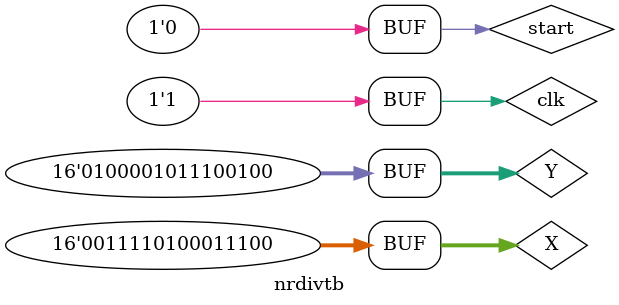
<source format=v>
module nrdivtb;
   wire [7:0] Z;
   wire [15:0] R;
   wire        done;
   reg 	       start;
   reg [15:0]  X;
   reg [15:0]  Y;
   reg 	       clk;

   nrdiv DUT(.Z(Z), .R(R), .done(done), .X(X), .Y(Y), .start(start), .clk(clk));
   
   always
     begin
	clk = 0;
	#25;
	clk = 1;
	#25;
     end
   
   initial 
     begin
	X = 16'd15644;
	Y = 16'd17124;
	start = 0;
	#200;
	start = 1;
	#50;
	start = 0;
     end
   
endmodule

</source>
